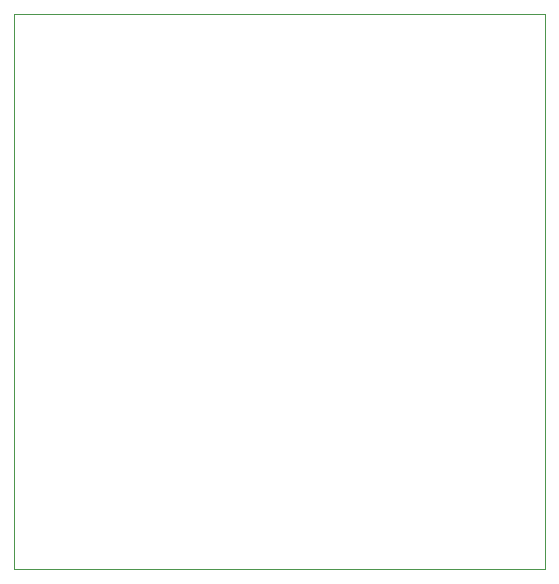
<source format=gbr>
%TF.GenerationSoftware,KiCad,Pcbnew,7.0.8-7.0.8~ubuntu22.04.1*%
%TF.CreationDate,2023-11-09T22:33:04+02:00*%
%TF.ProjectId,elepajaradio,656c6570-616a-4617-9261-64696f2e6b69,rev?*%
%TF.SameCoordinates,Original*%
%TF.FileFunction,Profile,NP*%
%FSLAX46Y46*%
G04 Gerber Fmt 4.6, Leading zero omitted, Abs format (unit mm)*
G04 Created by KiCad (PCBNEW 7.0.8-7.0.8~ubuntu22.04.1) date 2023-11-09 22:33:04*
%MOMM*%
%LPD*%
G01*
G04 APERTURE LIST*
%TA.AperFunction,Profile*%
%ADD10C,0.100000*%
%TD*%
G04 APERTURE END LIST*
D10*
X122000000Y-71000000D02*
X167000000Y-71000000D01*
X167000000Y-118000000D01*
X122000000Y-118000000D01*
X122000000Y-71000000D01*
M02*

</source>
